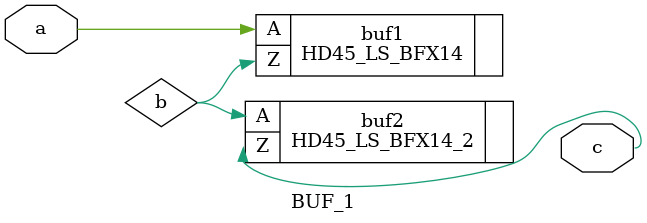
<source format=v>
module BUF_1 (a, c);
input a ; 
output  c;
wire b;
HD45_LS_BFX14 buf1 (.Z(b), .A(a));
HD45_LS_BFX14_2 buf2 (.Z(c), .A(b));
endmodule 

</source>
